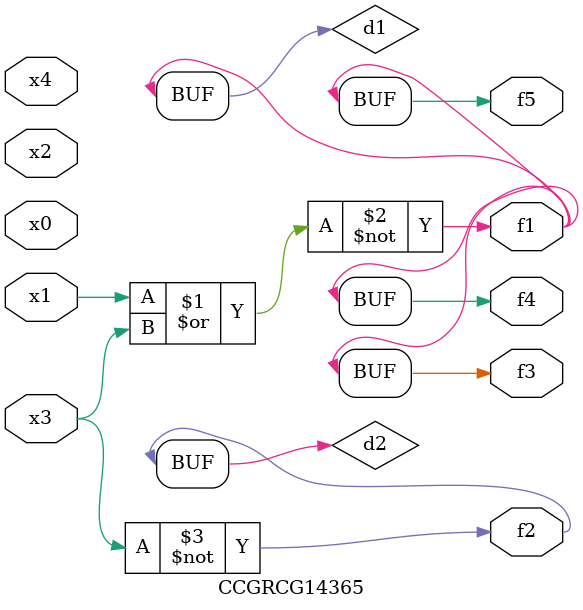
<source format=v>
module CCGRCG14365(
	input x0, x1, x2, x3, x4,
	output f1, f2, f3, f4, f5
);

	wire d1, d2;

	nor (d1, x1, x3);
	not (d2, x3);
	assign f1 = d1;
	assign f2 = d2;
	assign f3 = d1;
	assign f4 = d1;
	assign f5 = d1;
endmodule

</source>
